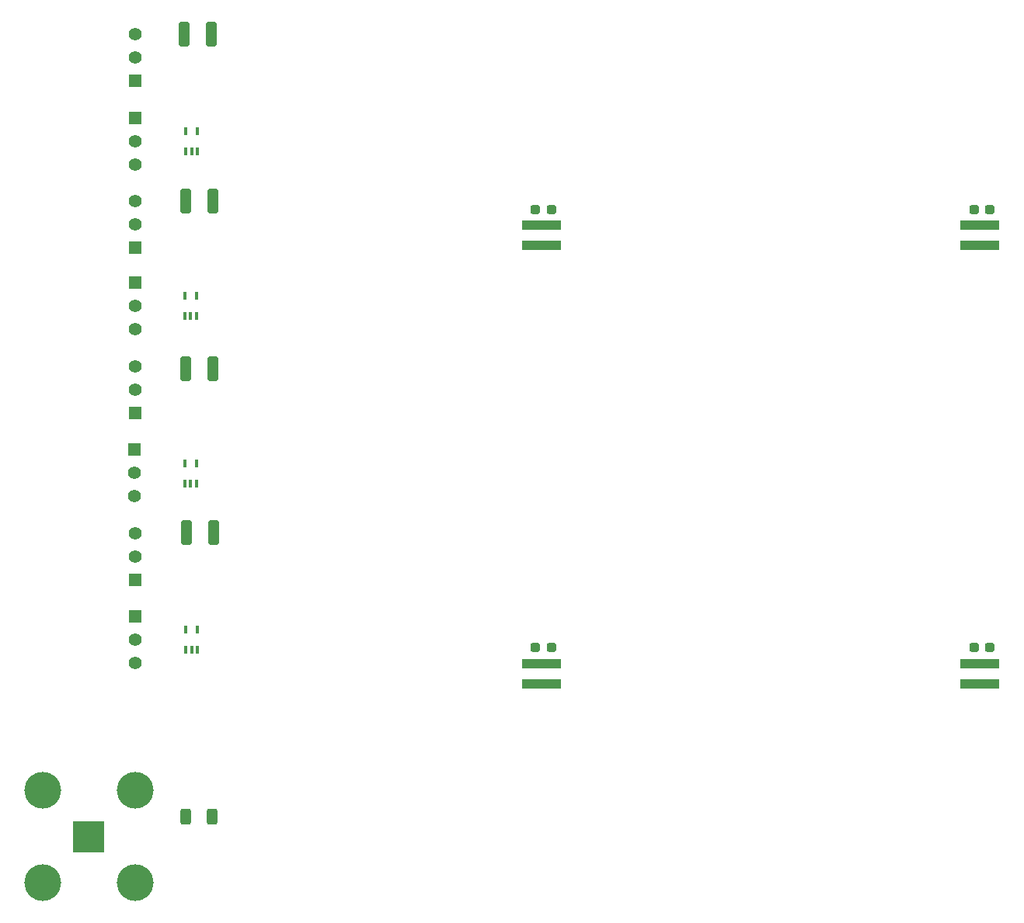
<source format=gbr>
%TF.GenerationSoftware,KiCad,Pcbnew,(6.0.8-1)-1*%
%TF.CreationDate,2022-12-30T20:11:41-05:00*%
%TF.ProjectId,Untitled,556e7469-746c-4656-942e-6b696361645f,rev?*%
%TF.SameCoordinates,Original*%
%TF.FileFunction,Soldermask,Top*%
%TF.FilePolarity,Negative*%
%FSLAX46Y46*%
G04 Gerber Fmt 4.6, Leading zero omitted, Abs format (unit mm)*
G04 Created by KiCad (PCBNEW (6.0.8-1)-1) date 2022-12-30 20:11:41*
%MOMM*%
%LPD*%
G01*
G04 APERTURE LIST*
G04 Aperture macros list*
%AMRoundRect*
0 Rectangle with rounded corners*
0 $1 Rounding radius*
0 $2 $3 $4 $5 $6 $7 $8 $9 X,Y pos of 4 corners*
0 Add a 4 corners polygon primitive as box body*
4,1,4,$2,$3,$4,$5,$6,$7,$8,$9,$2,$3,0*
0 Add four circle primitives for the rounded corners*
1,1,$1+$1,$2,$3*
1,1,$1+$1,$4,$5*
1,1,$1+$1,$6,$7*
1,1,$1+$1,$8,$9*
0 Add four rect primitives between the rounded corners*
20,1,$1+$1,$2,$3,$4,$5,0*
20,1,$1+$1,$4,$5,$6,$7,0*
20,1,$1+$1,$6,$7,$8,$9,0*
20,1,$1+$1,$8,$9,$2,$3,0*%
G04 Aperture macros list end*
%ADD10RoundRect,0.237500X-0.287500X-0.237500X0.287500X-0.237500X0.287500X0.237500X-0.287500X0.237500X0*%
%ADD11RoundRect,0.087500X-0.087500X-0.337500X0.087500X-0.337500X0.087500X0.337500X-0.087500X0.337500X0*%
%ADD12RoundRect,0.250000X-0.325000X-1.100000X0.325000X-1.100000X0.325000X1.100000X-0.325000X1.100000X0*%
%ADD13R,4.300000X1.100000*%
%ADD14RoundRect,0.250000X-0.312500X-0.625000X0.312500X-0.625000X0.312500X0.625000X-0.312500X0.625000X0*%
%ADD15R,1.397000X1.397000*%
%ADD16C,1.397000*%
%ADD17R,3.500000X3.500000*%
%ADD18C,4.000000*%
G04 APERTURE END LIST*
D10*
%TO.C,REF\u002A\u002A*%
X102865000Y-55200000D03*
X104615000Y-55200000D03*
%TD*%
%TO.C,REF\u002A\u002A*%
X150665000Y-103000000D03*
X152415000Y-103000000D03*
%TD*%
D11*
%TO.C,Temp1*%
X64750000Y-48900000D03*
X65400000Y-48900000D03*
X66050000Y-48900000D03*
X66050000Y-46700000D03*
X64750000Y-46700000D03*
%TD*%
D12*
%TO.C,10 nF*%
X64625000Y-36100000D03*
X67575000Y-36100000D03*
%TD*%
D13*
%TO.C,REF\u002A\u002A*%
X151290000Y-104710000D03*
X151290000Y-106910000D03*
%TD*%
D11*
%TO.C,Temp2*%
X64650000Y-66800000D03*
X65300000Y-66800000D03*
X65950000Y-66800000D03*
X65950000Y-64600000D03*
X64650000Y-64600000D03*
%TD*%
D14*
%TO.C,50 \u03A9*%
X64737500Y-121400000D03*
X67662500Y-121400000D03*
%TD*%
D13*
%TO.C,REF\u002A\u002A*%
X103490000Y-104710000D03*
X103490000Y-106910000D03*
%TD*%
D12*
%TO.C,10 nF*%
X64825000Y-90400000D03*
X67775000Y-90400000D03*
%TD*%
D11*
%TO.C,Temp3*%
X64650000Y-85100000D03*
X65300000Y-85100000D03*
X65950000Y-85100000D03*
X65950000Y-82900000D03*
X64650000Y-82900000D03*
%TD*%
D15*
%TO.C,REF\u002A\u002A*%
X59250100Y-41127500D03*
D16*
X59250100Y-38587500D03*
X59250100Y-36047500D03*
%TD*%
D10*
%TO.C,REF\u002A\u002A*%
X102865000Y-103000000D03*
X104615000Y-103000000D03*
%TD*%
D17*
%TO.C,LEDs*%
X54200000Y-123600000D03*
D18*
X59225000Y-128625000D03*
X59225000Y-118575000D03*
X49175000Y-128625000D03*
X49175000Y-118575000D03*
%TD*%
D12*
%TO.C,10 nF*%
X64725000Y-72600000D03*
X67675000Y-72600000D03*
%TD*%
D11*
%TO.C,Temp4*%
X64750000Y-103200000D03*
X65400000Y-103200000D03*
X66050000Y-103200000D03*
X66050000Y-101000000D03*
X64750000Y-101000000D03*
%TD*%
D12*
%TO.C,10 nF*%
X64725000Y-54300000D03*
X67675000Y-54300000D03*
%TD*%
D10*
%TO.C,REF\u002A\u002A*%
X150665000Y-55200000D03*
X152415000Y-55200000D03*
%TD*%
D15*
%TO.C,REF\u002A\u002A*%
X59250100Y-95587500D03*
D16*
X59250100Y-93047500D03*
X59250100Y-90507500D03*
%TD*%
D13*
%TO.C,REF\u002A\u002A*%
X151290000Y-56910000D03*
X151290000Y-59110000D03*
%TD*%
D15*
%TO.C,REF\u002A\u002A*%
X59250100Y-77387500D03*
D16*
X59250100Y-74847500D03*
X59250100Y-72307500D03*
%TD*%
D15*
%TO.C,REF\u002A\u002A*%
X59250100Y-59387500D03*
D16*
X59250100Y-56847500D03*
X59250100Y-54307500D03*
%TD*%
D13*
%TO.C,REF\u002A\u002A*%
X103490000Y-56910000D03*
X103490000Y-59110000D03*
%TD*%
D15*
%TO.C,REF\u002A\u002A*%
X59250100Y-99612500D03*
D16*
X59250100Y-102152500D03*
X59250100Y-104692500D03*
%TD*%
D15*
%TO.C,REF\u002A\u002A*%
X59250100Y-63212500D03*
D16*
X59250100Y-65752500D03*
X59250100Y-68292500D03*
%TD*%
D15*
%TO.C,REF\u002A\u002A*%
X59200000Y-81400000D03*
D16*
X59200000Y-83940000D03*
X59200000Y-86480000D03*
%TD*%
D15*
%TO.C,REF\u002A\u002A*%
X59250100Y-45212500D03*
D16*
X59250100Y-47752500D03*
X59250100Y-50292500D03*
%TD*%
M02*

</source>
